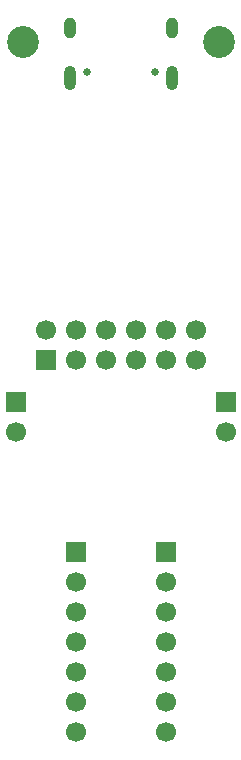
<source format=gbs>
%TF.GenerationSoftware,KiCad,Pcbnew,9.0.1*%
%TF.CreationDate,2025-04-18T18:53:21-04:00*%
%TF.ProjectId,attinyx14_dev,61747469-6e79-4783-9134-5f6465762e6b,rev?*%
%TF.SameCoordinates,Original*%
%TF.FileFunction,Soldermask,Bot*%
%TF.FilePolarity,Negative*%
%FSLAX46Y46*%
G04 Gerber Fmt 4.6, Leading zero omitted, Abs format (unit mm)*
G04 Created by KiCad (PCBNEW 9.0.1) date 2025-04-18 18:53:21*
%MOMM*%
%LPD*%
G01*
G04 APERTURE LIST*
%ADD10C,2.700000*%
%ADD11R,1.700000X1.700000*%
%ADD12C,1.700000*%
%ADD13C,0.650000*%
%ADD14O,1.000000X2.100000*%
%ADD15O,1.000000X1.800000*%
G04 APERTURE END LIST*
D10*
%TO.C,H2*%
X20600000Y-4000000D03*
%TD*%
D11*
%TO.C,J4*%
X5955000Y-30875000D03*
D12*
X5955000Y-28335000D03*
X8495000Y-30875000D03*
X8495000Y-28335000D03*
X11035000Y-30875000D03*
X11035000Y-28335000D03*
X13575000Y-30875000D03*
X13575000Y-28335000D03*
X16115000Y-30875000D03*
X16115000Y-28335000D03*
X18655000Y-30875000D03*
X18655000Y-28335000D03*
%TD*%
D13*
%TO.C,J1*%
X15190000Y-6505000D03*
X9410000Y-6505000D03*
D14*
X16620000Y-7025000D03*
D15*
X16620000Y-2825000D03*
D14*
X7980000Y-7025000D03*
D15*
X7980000Y-2825000D03*
%TD*%
D10*
%TO.C,H1*%
X4000000Y-4000000D03*
%TD*%
D11*
%TO.C,J3*%
X16110000Y-47160000D03*
D12*
X16110000Y-49700000D03*
X16110000Y-52240000D03*
X16110000Y-54780000D03*
X16110000Y-57320000D03*
X16110000Y-59860000D03*
X16110000Y-62400000D03*
%TD*%
D11*
%TO.C,J6*%
X21190000Y-34460000D03*
D12*
X21190000Y-37000000D03*
%TD*%
D11*
%TO.C,J2*%
X8490000Y-47160000D03*
D12*
X8490000Y-49700000D03*
X8490000Y-52240000D03*
X8490000Y-54780000D03*
X8490000Y-57320000D03*
X8490000Y-59860000D03*
X8490000Y-62400000D03*
%TD*%
D11*
%TO.C,J5*%
X3410000Y-34460000D03*
D12*
X3410000Y-37000000D03*
%TD*%
M02*

</source>
